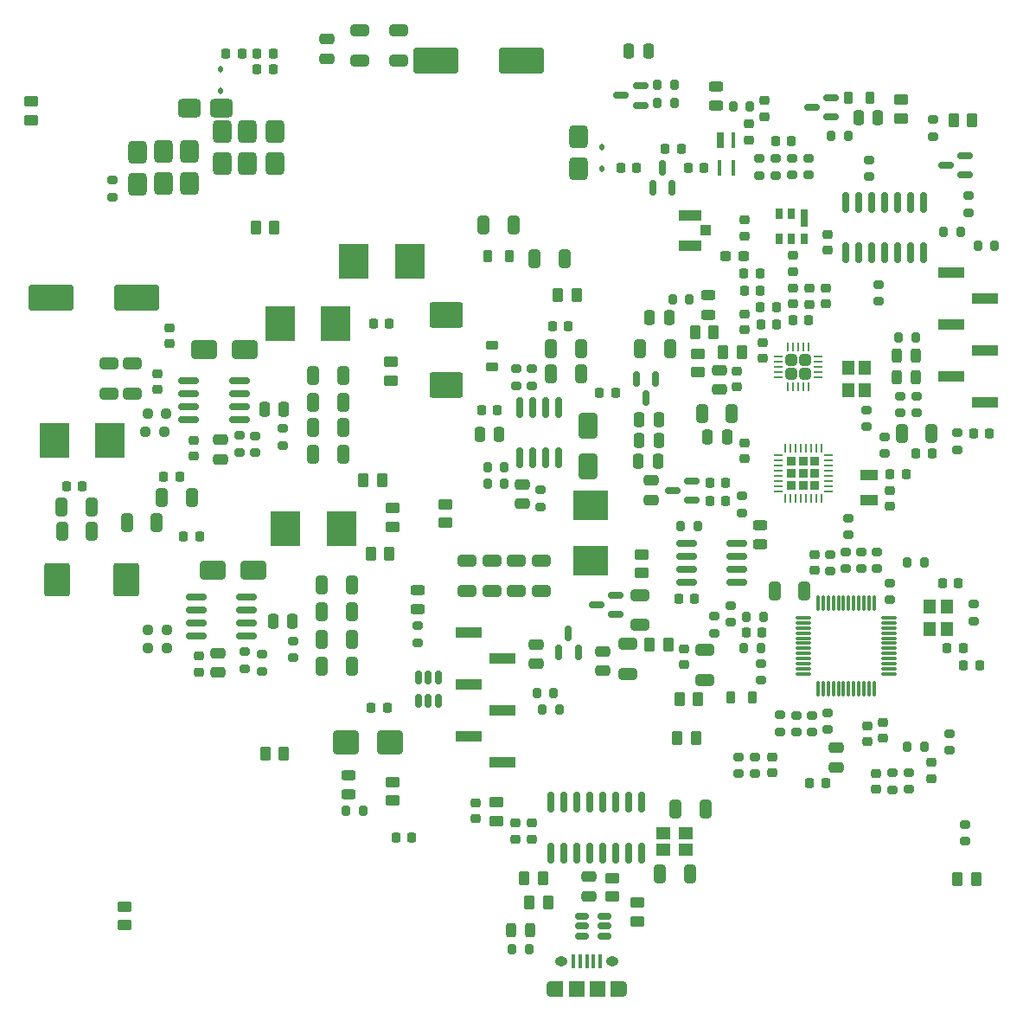
<source format=gtp>
G04 #@! TF.GenerationSoftware,KiCad,Pcbnew,8.0.9-8.0.9-0~ubuntu24.04.1*
G04 #@! TF.CreationDate,2025-11-08T17:49:52+02:00*
G04 #@! TF.ProjectId,TACNPR,5441434e-5052-42e6-9b69-6361645f7063,rev?*
G04 #@! TF.SameCoordinates,Original*
G04 #@! TF.FileFunction,Paste,Top*
G04 #@! TF.FilePolarity,Positive*
%FSLAX46Y46*%
G04 Gerber Fmt 4.6, Leading zero omitted, Abs format (unit mm)*
G04 Created by KiCad (PCBNEW 8.0.9-8.0.9-0~ubuntu24.04.1) date 2025-11-08 17:49:52*
%MOMM*%
%LPD*%
G01*
G04 APERTURE LIST*
G04 Aperture macros list*
%AMRoundRect*
0 Rectangle with rounded corners*
0 $1 Rounding radius*
0 $2 $3 $4 $5 $6 $7 $8 $9 X,Y pos of 4 corners*
0 Add a 4 corners polygon primitive as box body*
4,1,4,$2,$3,$4,$5,$6,$7,$8,$9,$2,$3,0*
0 Add four circle primitives for the rounded corners*
1,1,$1+$1,$2,$3*
1,1,$1+$1,$4,$5*
1,1,$1+$1,$6,$7*
1,1,$1+$1,$8,$9*
0 Add four rect primitives between the rounded corners*
20,1,$1+$1,$2,$3,$4,$5,0*
20,1,$1+$1,$4,$5,$6,$7,0*
20,1,$1+$1,$6,$7,$8,$9,0*
20,1,$1+$1,$8,$9,$2,$3,0*%
G04 Aperture macros list end*
%ADD10RoundRect,0.200000X-0.200000X-0.275000X0.200000X-0.275000X0.200000X0.275000X-0.200000X0.275000X0*%
%ADD11RoundRect,0.225000X-0.225000X-0.250000X0.225000X-0.250000X0.225000X0.250000X-0.225000X0.250000X0*%
%ADD12RoundRect,0.200000X0.275000X-0.200000X0.275000X0.200000X-0.275000X0.200000X-0.275000X-0.200000X0*%
%ADD13RoundRect,0.150000X0.825000X0.150000X-0.825000X0.150000X-0.825000X-0.150000X0.825000X-0.150000X0*%
%ADD14RoundRect,0.225000X0.250000X-0.225000X0.250000X0.225000X-0.250000X0.225000X-0.250000X-0.225000X0*%
%ADD15R,2.950000X3.500000*%
%ADD16RoundRect,0.250000X-0.325000X-0.650000X0.325000X-0.650000X0.325000X0.650000X-0.325000X0.650000X0*%
%ADD17RoundRect,0.250000X0.650000X-0.325000X0.650000X0.325000X-0.650000X0.325000X-0.650000X-0.325000X0*%
%ADD18RoundRect,0.225000X-0.250000X0.225000X-0.250000X-0.225000X0.250000X-0.225000X0.250000X0.225000X0*%
%ADD19RoundRect,0.250000X-0.475000X0.250000X-0.475000X-0.250000X0.475000X-0.250000X0.475000X0.250000X0*%
%ADD20RoundRect,0.250000X1.000000X0.650000X-1.000000X0.650000X-1.000000X-0.650000X1.000000X-0.650000X0*%
%ADD21RoundRect,0.237500X0.250000X0.237500X-0.250000X0.237500X-0.250000X-0.237500X0.250000X-0.237500X0*%
%ADD22RoundRect,0.200000X-0.275000X0.200000X-0.275000X-0.200000X0.275000X-0.200000X0.275000X0.200000X0*%
%ADD23RoundRect,0.150000X-0.825000X-0.150000X0.825000X-0.150000X0.825000X0.150000X-0.825000X0.150000X0*%
%ADD24RoundRect,0.250000X0.325000X0.650000X-0.325000X0.650000X-0.325000X-0.650000X0.325000X-0.650000X0*%
%ADD25RoundRect,0.250000X0.250000X0.475000X-0.250000X0.475000X-0.250000X-0.475000X0.250000X-0.475000X0*%
%ADD26RoundRect,0.225000X0.225000X0.250000X-0.225000X0.250000X-0.225000X-0.250000X0.225000X-0.250000X0*%
%ADD27R,3.500000X2.950000*%
%ADD28RoundRect,0.150000X-0.150000X0.825000X-0.150000X-0.825000X0.150000X-0.825000X0.150000X0.825000X0*%
%ADD29RoundRect,0.200000X0.200000X0.275000X-0.200000X0.275000X-0.200000X-0.275000X0.200000X-0.275000X0*%
%ADD30RoundRect,0.237500X-0.250000X-0.237500X0.250000X-0.237500X0.250000X0.237500X-0.250000X0.237500X0*%
%ADD31RoundRect,0.250000X0.450000X-0.262500X0.450000X0.262500X-0.450000X0.262500X-0.450000X-0.262500X0*%
%ADD32RoundRect,0.150000X0.150000X-0.512500X0.150000X0.512500X-0.150000X0.512500X-0.150000X-0.512500X0*%
%ADD33RoundRect,0.250000X-1.950000X-1.000000X1.950000X-1.000000X1.950000X1.000000X-1.950000X1.000000X0*%
%ADD34RoundRect,0.250000X-0.250000X-0.475000X0.250000X-0.475000X0.250000X0.475000X-0.250000X0.475000X0*%
%ADD35RoundRect,0.250000X-0.650000X0.325000X-0.650000X-0.325000X0.650000X-0.325000X0.650000X0.325000X0*%
%ADD36RoundRect,0.250000X0.650000X-1.000000X0.650000X1.000000X-0.650000X1.000000X-0.650000X-1.000000X0*%
%ADD37RoundRect,0.250000X0.262500X0.450000X-0.262500X0.450000X-0.262500X-0.450000X0.262500X-0.450000X0*%
%ADD38RoundRect,0.250000X-0.450000X0.262500X-0.450000X-0.262500X0.450000X-0.262500X0.450000X0.262500X0*%
%ADD39RoundRect,0.243750X-0.456250X0.243750X-0.456250X-0.243750X0.456250X-0.243750X0.456250X0.243750X0*%
%ADD40RoundRect,0.250000X0.475000X-0.250000X0.475000X0.250000X-0.475000X0.250000X-0.475000X-0.250000X0*%
%ADD41RoundRect,0.150000X0.587500X0.150000X-0.587500X0.150000X-0.587500X-0.150000X0.587500X-0.150000X0*%
%ADD42RoundRect,0.250000X-0.315000X0.315000X-0.315000X-0.315000X0.315000X-0.315000X0.315000X0.315000X0*%
%ADD43RoundRect,0.062500X-0.062500X0.362500X-0.062500X-0.362500X0.062500X-0.362500X0.062500X0.362500X0*%
%ADD44RoundRect,0.062500X-0.362500X0.062500X-0.362500X-0.062500X0.362500X-0.062500X0.362500X0.062500X0*%
%ADD45R,1.400000X1.150000*%
%ADD46RoundRect,0.150000X0.512500X0.150000X-0.512500X0.150000X-0.512500X-0.150000X0.512500X-0.150000X0*%
%ADD47RoundRect,0.150000X0.150000X-0.825000X0.150000X0.825000X-0.150000X0.825000X-0.150000X-0.825000X0*%
%ADD48RoundRect,0.243750X0.243750X0.456250X-0.243750X0.456250X-0.243750X-0.456250X0.243750X-0.456250X0*%
%ADD49RoundRect,0.250000X-0.262500X-0.450000X0.262500X-0.450000X0.262500X0.450000X-0.262500X0.450000X0*%
%ADD50RoundRect,0.218750X0.381250X-0.218750X0.381250X0.218750X-0.381250X0.218750X-0.381250X-0.218750X0*%
%ADD51RoundRect,0.340200X-0.559800X0.759800X-0.559800X-0.759800X0.559800X-0.759800X0.559800X0.759800X0*%
%ADD52RoundRect,0.112500X0.112500X-0.187500X0.112500X0.187500X-0.112500X0.187500X-0.112500X-0.187500X0*%
%ADD53RoundRect,0.218750X0.218750X0.256250X-0.218750X0.256250X-0.218750X-0.256250X0.218750X-0.256250X0*%
%ADD54RoundRect,0.243750X0.456250X-0.243750X0.456250X0.243750X-0.456250X0.243750X-0.456250X-0.243750X0*%
%ADD55RoundRect,0.150000X0.150000X-0.587500X0.150000X0.587500X-0.150000X0.587500X-0.150000X-0.587500X0*%
%ADD56R,2.510000X1.000000*%
%ADD57RoundRect,0.218750X-0.256250X0.218750X-0.256250X-0.218750X0.256250X-0.218750X0.256250X0.218750X0*%
%ADD58R,0.400000X1.500000*%
%ADD59R,0.770000X1.500000*%
%ADD60RoundRect,0.112500X-0.112500X0.187500X-0.112500X-0.187500X0.112500X-0.187500X0.112500X0.187500X0*%
%ADD61RoundRect,0.218750X-0.218750X-0.381250X0.218750X-0.381250X0.218750X0.381250X-0.218750X0.381250X0*%
%ADD62RoundRect,0.150000X-0.150000X0.587500X-0.150000X-0.587500X0.150000X-0.587500X0.150000X0.587500X0*%
%ADD63RoundRect,0.237500X0.300000X0.237500X-0.300000X0.237500X-0.300000X-0.237500X0.300000X-0.237500X0*%
%ADD64RoundRect,0.218750X-0.218750X-0.256250X0.218750X-0.256250X0.218750X0.256250X-0.218750X0.256250X0*%
%ADD65R,1.150000X1.400000*%
%ADD66R,0.650000X1.750000*%
%ADD67R,0.650000X1.000000*%
%ADD68RoundRect,0.218750X0.218750X0.381250X-0.218750X0.381250X-0.218750X-0.381250X0.218750X-0.381250X0*%
%ADD69RoundRect,0.250000X1.000000X-1.400000X1.000000X1.400000X-1.000000X1.400000X-1.000000X-1.400000X0*%
%ADD70RoundRect,0.250000X1.400000X1.000000X-1.400000X1.000000X-1.400000X-1.000000X1.400000X-1.000000X0*%
%ADD71RoundRect,0.340200X-0.759800X-0.559800X0.759800X-0.559800X0.759800X0.559800X-0.759800X0.559800X0*%
%ADD72RoundRect,0.340200X0.559800X-0.759800X0.559800X0.759800X-0.559800X0.759800X-0.559800X-0.759800X0*%
%ADD73R,1.050000X1.000000*%
%ADD74R,2.200000X1.050000*%
%ADD75O,0.890000X1.550000*%
%ADD76O,1.250000X0.950000*%
%ADD77R,0.400000X1.350000*%
%ADD78R,1.200000X1.550000*%
%ADD79R,1.500000X1.550000*%
%ADD80RoundRect,0.250000X1.000000X0.900000X-1.000000X0.900000X-1.000000X-0.900000X1.000000X-0.900000X0*%
%ADD81R,1.800000X1.000000*%
%ADD82RoundRect,0.232500X0.232500X0.232500X-0.232500X0.232500X-0.232500X-0.232500X0.232500X-0.232500X0*%
%ADD83RoundRect,0.062500X0.375000X0.062500X-0.375000X0.062500X-0.375000X-0.062500X0.375000X-0.062500X0*%
%ADD84RoundRect,0.062500X0.062500X0.375000X-0.062500X0.375000X-0.062500X-0.375000X0.062500X-0.375000X0*%
%ADD85RoundRect,0.075000X-0.662500X-0.075000X0.662500X-0.075000X0.662500X0.075000X-0.662500X0.075000X0*%
%ADD86RoundRect,0.075000X-0.075000X-0.662500X0.075000X-0.662500X0.075000X0.662500X-0.075000X0.662500X0*%
%ADD87R,1.200000X1.400000*%
G04 APERTURE END LIST*
D10*
X184836800Y-61163200D03*
X186486800Y-61163200D03*
D11*
X155562000Y-95758000D03*
X157112000Y-95758000D03*
D12*
X172182000Y-89501000D03*
X172182000Y-87851000D03*
D13*
X161275800Y-94132400D03*
X161275800Y-92862400D03*
X161275800Y-91592400D03*
X161275800Y-90322400D03*
X156325800Y-90322400D03*
X156325800Y-91592400D03*
X156325800Y-92862400D03*
X156325800Y-94132400D03*
D14*
X162052000Y-82042000D03*
X162052000Y-80492000D03*
D15*
X94430000Y-80264000D03*
X99880000Y-80264000D03*
D16*
X95172000Y-89154000D03*
X98122000Y-89154000D03*
D17*
X99745800Y-75681100D03*
X99745800Y-72731100D03*
D14*
X104521000Y-75260500D03*
X104521000Y-73710500D03*
D18*
X108066840Y-80240840D03*
X108066840Y-81790840D03*
D19*
X110744000Y-80167440D03*
X110744000Y-82067440D03*
D16*
X143038300Y-73682860D03*
X145988300Y-73682860D03*
D20*
X113107220Y-71368920D03*
X109107220Y-71368920D03*
D21*
X105184580Y-79375000D03*
X103359580Y-79375000D03*
D22*
X116840000Y-79058000D03*
X116840000Y-80708000D03*
X112593120Y-79738720D03*
X112593120Y-81388720D03*
D23*
X107608600Y-74409300D03*
X107608600Y-75679300D03*
X107608600Y-76949300D03*
X107608600Y-78219300D03*
X112558600Y-78219300D03*
X112558600Y-76949300D03*
X112558600Y-75679300D03*
X112558600Y-74409300D03*
D15*
X116520380Y-68834000D03*
X121970380Y-68834000D03*
D24*
X122732060Y-78999080D03*
X119782060Y-78999080D03*
X122729520Y-76464160D03*
X119779520Y-76464160D03*
X122706660Y-81551780D03*
X119756660Y-81551780D03*
X122714280Y-73914000D03*
X119764280Y-73914000D03*
D19*
X140223240Y-84541320D03*
X140223240Y-86441320D03*
D25*
X137983000Y-79644240D03*
X136083000Y-79644240D03*
D12*
X141157960Y-74860920D03*
X141157960Y-73210920D03*
D26*
X137813080Y-77282040D03*
X136263080Y-77282040D03*
D22*
X139684760Y-73216000D03*
X139684760Y-74866000D03*
D27*
X146964400Y-86581400D03*
X146964400Y-92031400D03*
D11*
X143227760Y-69016880D03*
X144777760Y-69016880D03*
D28*
X143832580Y-77004140D03*
X142562580Y-77004140D03*
X141292580Y-77004140D03*
X140022580Y-77004140D03*
X140022580Y-81954140D03*
X141292580Y-81954140D03*
X142562580Y-81954140D03*
X143832580Y-81954140D03*
D16*
X143066240Y-71231760D03*
X146016240Y-71231760D03*
D29*
X138508240Y-82839560D03*
X136858240Y-82839560D03*
D10*
X136840460Y-84488020D03*
X138490460Y-84488020D03*
D17*
X102108000Y-75681100D03*
X102108000Y-72731100D03*
D30*
X103583100Y-77609700D03*
X105408100Y-77609700D03*
D31*
X127558800Y-115466500D03*
X127558800Y-113641500D03*
D10*
X141669000Y-104952800D03*
X143319000Y-104952800D03*
D32*
X130114000Y-105683900D03*
X131064000Y-105683900D03*
X132014000Y-105683900D03*
X132014000Y-103408900D03*
X131064000Y-103408900D03*
X130114000Y-103408900D03*
D33*
X94098000Y-66243200D03*
X102498000Y-66243200D03*
D22*
X130048000Y-98362000D03*
X130048000Y-100012000D03*
X113111280Y-100927400D03*
X113111280Y-102577400D03*
D12*
X114757200Y-102831400D03*
X114757200Y-101181400D03*
D11*
X105143000Y-83820000D03*
X106693000Y-83820000D03*
D18*
X108574840Y-101333000D03*
X108574840Y-102883000D03*
D26*
X108636100Y-89608660D03*
X107086100Y-89608660D03*
D24*
X123552480Y-94335600D03*
X120602480Y-94335600D03*
D34*
X115864600Y-97891600D03*
X117764600Y-97891600D03*
D19*
X110490000Y-101031000D03*
X110490000Y-102931000D03*
D24*
X123587300Y-99689920D03*
X120637300Y-99689920D03*
X123585500Y-102306120D03*
X120635500Y-102306120D03*
X104472000Y-88265000D03*
X101522000Y-88265000D03*
D16*
X104951000Y-85852000D03*
X107901000Y-85852000D03*
D24*
X123570260Y-97017840D03*
X120620260Y-97017840D03*
D20*
X113937800Y-92925900D03*
X109937800Y-92925900D03*
D30*
X103636440Y-98806000D03*
X105461440Y-98806000D03*
D22*
X117805200Y-99860600D03*
X117805200Y-101510600D03*
D15*
X117094000Y-88900000D03*
X122544000Y-88900000D03*
D23*
X108307100Y-95542100D03*
X108307100Y-96812100D03*
X108307100Y-98082100D03*
X108307100Y-99352100D03*
X113257100Y-99352100D03*
X113257100Y-98082100D03*
X113257100Y-96812100D03*
X113257100Y-95542100D03*
D21*
X105448740Y-100545900D03*
X103623740Y-100545900D03*
D26*
X160147600Y-86143800D03*
X158597600Y-86143800D03*
D12*
X142036800Y-86727800D03*
X142036800Y-85077800D03*
D31*
X127533400Y-88669500D03*
X127533400Y-86844500D03*
D35*
X134874000Y-91994460D03*
X134874000Y-94944460D03*
X137287000Y-91997000D03*
X137287000Y-94947000D03*
X142113000Y-91997000D03*
X142113000Y-94947000D03*
D34*
X115001000Y-77216000D03*
X116901000Y-77216000D03*
D26*
X149365000Y-75590400D03*
X147815000Y-75590400D03*
X127026000Y-106426000D03*
X125476000Y-106426000D03*
D17*
X124307600Y-43029400D03*
X124307600Y-40079400D03*
D36*
X146705320Y-82759300D03*
X146705320Y-78759300D03*
D35*
X139700000Y-92002080D03*
X139700000Y-94952080D03*
D12*
X114071400Y-81424280D03*
X114071400Y-79774280D03*
D16*
X95108500Y-86741000D03*
X98058500Y-86741000D03*
D37*
X126525660Y-84165440D03*
X124700660Y-84165440D03*
X127252100Y-91363800D03*
X125427100Y-91363800D03*
D38*
X132715000Y-86463500D03*
X132715000Y-88288500D03*
D39*
X130048000Y-94884000D03*
X130048000Y-96759000D03*
X123266200Y-112981500D03*
X123266200Y-114856500D03*
D18*
X162026600Y-67843100D03*
X162026600Y-69393100D03*
D40*
X159542480Y-75245000D03*
X159542480Y-73345000D03*
D10*
X123013200Y-116484400D03*
X124663200Y-116484400D03*
D34*
X150688000Y-42164000D03*
X152588000Y-42164000D03*
D15*
X129217000Y-62738000D03*
X123767000Y-62738000D03*
D19*
X148107000Y-100876000D03*
X148107000Y-102776000D03*
D35*
X151739600Y-95349800D03*
X151739600Y-98299800D03*
D34*
X158409600Y-79857600D03*
X160309600Y-79857600D03*
D16*
X157835600Y-77622400D03*
X160785600Y-77622400D03*
D41*
X149375100Y-97266800D03*
X149375100Y-95366800D03*
X147500100Y-96316800D03*
D42*
X167909000Y-72375000D03*
X166609000Y-72375000D03*
X167909000Y-73675000D03*
X166609000Y-73675000D03*
D43*
X168259000Y-71100000D03*
X167759000Y-71100000D03*
X167259000Y-71100000D03*
X166759000Y-71100000D03*
X166259000Y-71100000D03*
D44*
X165334000Y-72025000D03*
X165334000Y-72525000D03*
X165334000Y-73025000D03*
X165334000Y-73525000D03*
X165334000Y-74025000D03*
D43*
X166259000Y-74950000D03*
X166759000Y-74950000D03*
X167259000Y-74950000D03*
X167759000Y-74950000D03*
X168259000Y-74950000D03*
D44*
X169184000Y-74025000D03*
X169184000Y-73525000D03*
X169184000Y-73025000D03*
X169184000Y-72525000D03*
X169184000Y-72025000D03*
D14*
X161290000Y-75014120D03*
X161290000Y-73464120D03*
X141224000Y-119240600D03*
X141224000Y-117690600D03*
X139573000Y-119240600D03*
X139573000Y-117690600D03*
D19*
X141579600Y-100192800D03*
X141579600Y-102092800D03*
D10*
X142227800Y-106578400D03*
X143877800Y-106578400D03*
D35*
X150582000Y-100121000D03*
X150582000Y-103071000D03*
D45*
X156294000Y-118707000D03*
X154094000Y-118707000D03*
X154094000Y-120307000D03*
X156294000Y-120307000D03*
D46*
X148330500Y-128712000D03*
X148330500Y-127762000D03*
X148330500Y-126812000D03*
X146055500Y-126812000D03*
X146055500Y-127762000D03*
X146055500Y-128712000D03*
D16*
X153719000Y-122682000D03*
X156669000Y-122682000D03*
D47*
X143078200Y-120610400D03*
X144348200Y-120610400D03*
X145618200Y-120610400D03*
X146888200Y-120610400D03*
X148158200Y-120610400D03*
X149428200Y-120610400D03*
X150698200Y-120610400D03*
X151968200Y-120610400D03*
X151968200Y-115660400D03*
X150698200Y-115660400D03*
X149428200Y-115660400D03*
X148158200Y-115660400D03*
X146888200Y-115660400D03*
X145618200Y-115660400D03*
X144348200Y-115660400D03*
X143078200Y-115660400D03*
D38*
X151511000Y-125452500D03*
X151511000Y-127277500D03*
D14*
X135686800Y-117259400D03*
X135686800Y-115709400D03*
D48*
X141043900Y-128193800D03*
X139168900Y-128193800D03*
D10*
X139281400Y-130048000D03*
X140931400Y-130048000D03*
D40*
X146761200Y-124825800D03*
X146761200Y-122925800D03*
D49*
X140438500Y-123063000D03*
X142263500Y-123063000D03*
X140946500Y-125476000D03*
X142771500Y-125476000D03*
D16*
X155243000Y-116332000D03*
X158193000Y-116332000D03*
D38*
X149098000Y-123039500D03*
X149098000Y-124864500D03*
D50*
X137287000Y-73071500D03*
X137287000Y-70946500D03*
D26*
X127201000Y-68834000D03*
X125651000Y-68834000D03*
D33*
X131791600Y-43078400D03*
X140191600Y-43078400D03*
D51*
X102616000Y-52031500D03*
X102616000Y-55156500D03*
D11*
X95618000Y-84709000D03*
X97168000Y-84709000D03*
D18*
X105740200Y-69227400D03*
X105740200Y-70777400D03*
D29*
X157416000Y-88646000D03*
X155766000Y-88646000D03*
D52*
X110744000Y-46008000D03*
X110744000Y-43908000D03*
D53*
X112801500Y-42418000D03*
X111226500Y-42418000D03*
D38*
X151917400Y-91391100D03*
X151917400Y-93216100D03*
D48*
X178762900Y-74041000D03*
X176887900Y-74041000D03*
D54*
X163576000Y-90421700D03*
X163576000Y-88546700D03*
D12*
X161798000Y-87337400D03*
X161798000Y-85687400D03*
D55*
X143830000Y-100962700D03*
X145730000Y-100962700D03*
X144780000Y-99087700D03*
D48*
X178788300Y-71932800D03*
X176913300Y-71932800D03*
D10*
X177127400Y-70154800D03*
X178777400Y-70154800D03*
D18*
X163776660Y-70621860D03*
X163776660Y-72171860D03*
D41*
X183614300Y-54239200D03*
X183614300Y-52339200D03*
X181739300Y-53289200D03*
X170482500Y-48575000D03*
X170482500Y-46675000D03*
X168607500Y-47625000D03*
D10*
X153505400Y-47244000D03*
X155155400Y-47244000D03*
D22*
X183946800Y-56286400D03*
X183946800Y-57936400D03*
D14*
X163982400Y-48527000D03*
X163982400Y-46977000D03*
D11*
X127901400Y-119126000D03*
X129451400Y-119126000D03*
D56*
X138277600Y-111760000D03*
X134967600Y-109220000D03*
X138277600Y-106680000D03*
X134967600Y-104140000D03*
X138277600Y-101600000D03*
X134967600Y-99060000D03*
D57*
X162458400Y-49275900D03*
X162458400Y-50850900D03*
D14*
X170180000Y-61633400D03*
X170180000Y-60083400D03*
D47*
X171894500Y-61898300D03*
X173164500Y-61898300D03*
X174434500Y-61898300D03*
X175704500Y-61898300D03*
X176974500Y-61898300D03*
X178244500Y-61898300D03*
X179514500Y-61898300D03*
X179514500Y-56948300D03*
X178244500Y-56948300D03*
X176974500Y-56948300D03*
X175704500Y-56948300D03*
X174434500Y-56948300D03*
X173164500Y-56948300D03*
X171894500Y-56948300D03*
D51*
X145796000Y-50520200D03*
X145796000Y-53645200D03*
D11*
X149910500Y-53530500D03*
X151460500Y-53530500D03*
X156514500Y-53530500D03*
X158064500Y-53530500D03*
D22*
X100126800Y-54750200D03*
X100126800Y-56400200D03*
D58*
X160875500Y-50870500D03*
D59*
X159670500Y-50870500D03*
D58*
X159575500Y-53530500D03*
X160875500Y-53530500D03*
D60*
X148082000Y-51528000D03*
X148082000Y-53628000D03*
D41*
X151813500Y-47432000D03*
X151813500Y-45532000D03*
X149938500Y-46482000D03*
D16*
X141476200Y-62433200D03*
X144426200Y-62433200D03*
D24*
X139397000Y-59182000D03*
X136447000Y-59182000D03*
D61*
X136859500Y-62230000D03*
X138984500Y-62230000D03*
D10*
X153505400Y-45466000D03*
X155155400Y-45466000D03*
D22*
X174244000Y-52769000D03*
X174244000Y-54419000D03*
D41*
X156855400Y-86090800D03*
X156855400Y-84190800D03*
X154980400Y-85140800D03*
D34*
X151691300Y-80264000D03*
X153591300Y-80264000D03*
X152732700Y-68199000D03*
X154632700Y-68199000D03*
D16*
X151777700Y-71247000D03*
X154727700Y-71247000D03*
D62*
X153299200Y-74246500D03*
X151399200Y-74246500D03*
X152349200Y-76121500D03*
D34*
X151643000Y-82296000D03*
X153543000Y-82296000D03*
X151701500Y-78206600D03*
X153601500Y-78206600D03*
D54*
X158496000Y-67917300D03*
X158496000Y-66042300D03*
D29*
X156603200Y-66395600D03*
X154953200Y-66395600D03*
D37*
X161745300Y-71628000D03*
X159920300Y-71628000D03*
D63*
X161898500Y-62230000D03*
X160173500Y-62230000D03*
D18*
X166738300Y-62153500D03*
X166738300Y-63703500D03*
D14*
X166738300Y-66891200D03*
X166738300Y-65341200D03*
D57*
X168363900Y-65333780D03*
X168363900Y-66908780D03*
D64*
X166722960Y-68483480D03*
X168297960Y-68483480D03*
D37*
X159002100Y-69672200D03*
X157177100Y-69672200D03*
D53*
X165189000Y-68846700D03*
X163614000Y-68846700D03*
D14*
X162052000Y-60211000D03*
X162052000Y-58661000D03*
D31*
X137718800Y-117447700D03*
X137718800Y-115622700D03*
D10*
X170523400Y-50444400D03*
X172173400Y-50444400D03*
D65*
X172174000Y-73118800D03*
X172174000Y-75318800D03*
X173774000Y-75318800D03*
X173774000Y-73118800D03*
D22*
X165061900Y-52641500D03*
X165061900Y-54291500D03*
D12*
X168313100Y-54266600D03*
X168313100Y-52616600D03*
D55*
X153037500Y-55468000D03*
X154937500Y-55468000D03*
X153987500Y-53593000D03*
D66*
X167824000Y-58459000D03*
D67*
X166624000Y-58084000D03*
X165424000Y-58084000D03*
X165424000Y-60534000D03*
X166624000Y-60534000D03*
X167824000Y-60534000D03*
D22*
X166674800Y-52616600D03*
X166674800Y-54266600D03*
D26*
X160147600Y-84365800D03*
X158597600Y-84365800D03*
D31*
X92202000Y-48867700D03*
X92202000Y-47042700D03*
D37*
X184300500Y-48895000D03*
X182475500Y-48895000D03*
D49*
X143764000Y-66040000D03*
X145589000Y-66040000D03*
D38*
X101346000Y-125833500D03*
X101346000Y-127658500D03*
D37*
X116894500Y-110851000D03*
X115069500Y-110851000D03*
X184694500Y-123176000D03*
X182869500Y-123176000D03*
D31*
X157480000Y-73556500D03*
X157480000Y-71731500D03*
D51*
X105156000Y-51993000D03*
X105156000Y-55118000D03*
D64*
X154228600Y-51714400D03*
X155803600Y-51714400D03*
D25*
X175092400Y-48666400D03*
X173192400Y-48666400D03*
D68*
X174290500Y-46736000D03*
X172165500Y-46736000D03*
D69*
X94673000Y-93853000D03*
X101473000Y-93853000D03*
D70*
X132842000Y-74774000D03*
X132842000Y-67974000D03*
D37*
X157264500Y-109346000D03*
X155439500Y-109346000D03*
X115974500Y-59436000D03*
X114149500Y-59436000D03*
D51*
X107696000Y-51993000D03*
X107696000Y-55118000D03*
D40*
X121158000Y-42860000D03*
X121158000Y-40960000D03*
D53*
X115849500Y-42418000D03*
X114274500Y-42418000D03*
D11*
X114287000Y-43942000D03*
X115837000Y-43942000D03*
D12*
X175133000Y-66611000D03*
X175133000Y-64961000D03*
D31*
X177342800Y-48715300D03*
X177342800Y-46890300D03*
D71*
X107696000Y-47752000D03*
X110821000Y-47752000D03*
D17*
X128117600Y-43029400D03*
X128117600Y-40079400D03*
D51*
X113347500Y-49999500D03*
X113347500Y-53124500D03*
D72*
X110871000Y-53124500D03*
X110871000Y-49999500D03*
D18*
X169938700Y-65328500D03*
X169938700Y-66878500D03*
D64*
X163565840Y-67157600D03*
X165140840Y-67157600D03*
D26*
X163525800Y-65565020D03*
X161975800Y-65565020D03*
D64*
X161950400Y-63906400D03*
X163525400Y-63906400D03*
D26*
X166598600Y-50914300D03*
X165048600Y-50914300D03*
D22*
X163474400Y-52642000D03*
X163474400Y-54292000D03*
D73*
X158217600Y-59688200D03*
D74*
X156692600Y-61163200D03*
X156692600Y-58213200D03*
D75*
X143083400Y-133888000D03*
D76*
X144083400Y-131188000D03*
X149083400Y-131188000D03*
D75*
X150083400Y-133888000D03*
D77*
X145283400Y-131188000D03*
X145933400Y-131188000D03*
X146583400Y-131188000D03*
X147233400Y-131188000D03*
X147883400Y-131188000D03*
D78*
X143683400Y-133888000D03*
D79*
X145583400Y-133888000D03*
X147583400Y-133888000D03*
D78*
X149483400Y-133888000D03*
D51*
X116078000Y-50038000D03*
X116078000Y-53163000D03*
D80*
X127266700Y-109778800D03*
X122966700Y-109778800D03*
D38*
X127355600Y-72544300D03*
X127355600Y-74369300D03*
D26*
X182943800Y-94234000D03*
X181393800Y-94234000D03*
D11*
X181851000Y-100584000D03*
X183401000Y-100584000D03*
D18*
X174052000Y-108141000D03*
X174052000Y-109691000D03*
X156082000Y-100621000D03*
X156082000Y-102171000D03*
X175582000Y-107801000D03*
X175582000Y-109351000D03*
D19*
X171020500Y-110302000D03*
X171020500Y-112202000D03*
D35*
X158082000Y-100726000D03*
X158082000Y-103676000D03*
D16*
X164945800Y-94945200D03*
X167895800Y-94945200D03*
D18*
X174882000Y-112801000D03*
X174882000Y-114351000D03*
D14*
X164682000Y-112751000D03*
X164682000Y-111201000D03*
D26*
X169939000Y-113792000D03*
X168389000Y-113792000D03*
D22*
X184482000Y-96251000D03*
X184482000Y-97901000D03*
D12*
X176276000Y-95821000D03*
X176276000Y-94171000D03*
X175006000Y-92798500D03*
X175006000Y-91148500D03*
D22*
X170434000Y-91377000D03*
X170434000Y-93027000D03*
X171958000Y-91123000D03*
X171958000Y-92773000D03*
X173482000Y-91123000D03*
X173482000Y-92773000D03*
X163626800Y-102045000D03*
X163626800Y-103695000D03*
D12*
X165455600Y-108724200D03*
X165455600Y-107074200D03*
D10*
X162197000Y-97486000D03*
X163847000Y-97486000D03*
X161957000Y-100576000D03*
X163607000Y-100576000D03*
D29*
X179607000Y-110176000D03*
X177957000Y-110176000D03*
D22*
X168656000Y-107125000D03*
X168656000Y-108775000D03*
X163068000Y-111189000D03*
X163068000Y-112839000D03*
X160662000Y-96361000D03*
X160662000Y-98011000D03*
X176482000Y-112751000D03*
X176482000Y-114401000D03*
X170180000Y-106871000D03*
X170180000Y-108521000D03*
X183642000Y-117818500D03*
X183642000Y-119468500D03*
X182118000Y-108903000D03*
X182118000Y-110553000D03*
D10*
X177965500Y-92202000D03*
X179615500Y-92202000D03*
D18*
X168882000Y-91401000D03*
X168882000Y-92951000D03*
D81*
X174244000Y-86086000D03*
X174244000Y-83586000D03*
D14*
X176276000Y-86701000D03*
X176276000Y-85151000D03*
D11*
X176263000Y-83566000D03*
X177813000Y-83566000D03*
D26*
X185991800Y-79552800D03*
X184441800Y-79552800D03*
D12*
X175768000Y-81534000D03*
X175768000Y-79884000D03*
X173939200Y-78904600D03*
X173939200Y-77254600D03*
X182829200Y-81139800D03*
X182829200Y-79489800D03*
D22*
X177266600Y-75883000D03*
X177266600Y-77533000D03*
D16*
X177391800Y-79552800D03*
X180341800Y-79552800D03*
D19*
X152908000Y-84140000D03*
X152908000Y-86040000D03*
D11*
X178803000Y-81534000D03*
X180353000Y-81534000D03*
D82*
X168910000Y-84596000D03*
X168910000Y-83446000D03*
X168910000Y-82296000D03*
X167760000Y-84596000D03*
X167760000Y-83446000D03*
X167760000Y-82296000D03*
X166610000Y-84596000D03*
X166610000Y-83446000D03*
X166610000Y-82296000D03*
D83*
X170197500Y-85196000D03*
X170197500Y-84696000D03*
X170197500Y-84196000D03*
X170197500Y-83696000D03*
X170197500Y-83196000D03*
X170197500Y-82696000D03*
X170197500Y-82196000D03*
X170197500Y-81696000D03*
D84*
X169510000Y-81008500D03*
X169010000Y-81008500D03*
X168510000Y-81008500D03*
X168010000Y-81008500D03*
X167510000Y-81008500D03*
X167010000Y-81008500D03*
X166510000Y-81008500D03*
X166010000Y-81008500D03*
D83*
X165322500Y-81696000D03*
X165322500Y-82196000D03*
X165322500Y-82696000D03*
X165322500Y-83196000D03*
X165322500Y-83696000D03*
X165322500Y-84196000D03*
X165322500Y-84696000D03*
X165322500Y-85196000D03*
D84*
X166010000Y-85883500D03*
X166510000Y-85883500D03*
X167010000Y-85883500D03*
X167510000Y-85883500D03*
X168010000Y-85883500D03*
X168510000Y-85883500D03*
X169010000Y-85883500D03*
X169510000Y-85883500D03*
D14*
X180289200Y-113297000D03*
X180289200Y-111747000D03*
D85*
X167795500Y-97580000D03*
X167795500Y-98080000D03*
X167795500Y-98580000D03*
X167795500Y-99080000D03*
X167795500Y-99580000D03*
X167795500Y-100080000D03*
X167795500Y-100580000D03*
X167795500Y-101080000D03*
X167795500Y-101580000D03*
X167795500Y-102080000D03*
X167795500Y-102580000D03*
X167795500Y-103080000D03*
D86*
X169208000Y-104492500D03*
X169708000Y-104492500D03*
X170208000Y-104492500D03*
X170708000Y-104492500D03*
X171208000Y-104492500D03*
X171708000Y-104492500D03*
X172208000Y-104492500D03*
X172708000Y-104492500D03*
X173208000Y-104492500D03*
X173708000Y-104492500D03*
X174208000Y-104492500D03*
X174708000Y-104492500D03*
D85*
X176120500Y-103080000D03*
X176120500Y-102580000D03*
X176120500Y-102080000D03*
X176120500Y-101580000D03*
X176120500Y-101080000D03*
X176120500Y-100580000D03*
X176120500Y-100080000D03*
X176120500Y-99580000D03*
X176120500Y-99080000D03*
X176120500Y-98580000D03*
X176120500Y-98080000D03*
X176120500Y-97580000D03*
D86*
X174708000Y-96167500D03*
X174208000Y-96167500D03*
X173708000Y-96167500D03*
X173208000Y-96167500D03*
X172708000Y-96167500D03*
X172208000Y-96167500D03*
X171708000Y-96167500D03*
X171208000Y-96167500D03*
X170708000Y-96167500D03*
X170208000Y-96167500D03*
X169708000Y-96167500D03*
X169208000Y-96167500D03*
D87*
X181864000Y-98720000D03*
X181864000Y-96520000D03*
X180164000Y-96520000D03*
X180164000Y-98720000D03*
D22*
X180441600Y-48857400D03*
X180441600Y-50507400D03*
X167081200Y-107125000D03*
X167081200Y-108775000D03*
X159082000Y-97451000D03*
X159082000Y-99101000D03*
D11*
X183457000Y-102216000D03*
X185007000Y-102216000D03*
D22*
X178112000Y-112701000D03*
X178112000Y-114351000D03*
X161391600Y-111189000D03*
X161391600Y-112839000D03*
D37*
X154544500Y-100176000D03*
X152719500Y-100176000D03*
D61*
X160657000Y-105376000D03*
X162782000Y-105376000D03*
D39*
X159207200Y-45620700D03*
X159207200Y-47495700D03*
D10*
X160896800Y-47523400D03*
X162546800Y-47523400D03*
D12*
X178866800Y-77533000D03*
X178866800Y-75883000D03*
D37*
X157464500Y-105566000D03*
X155639500Y-105566000D03*
D26*
X163747000Y-99046000D03*
X162197000Y-99046000D03*
D29*
X183146200Y-59791600D03*
X181496200Y-59791600D03*
D56*
X182219600Y-63804800D03*
X185529600Y-66344800D03*
X182219600Y-68884800D03*
X185529600Y-71424800D03*
X182219600Y-73964800D03*
X185529600Y-76504800D03*
M02*

</source>
